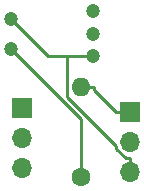
<source format=gbr>
%TF.GenerationSoftware,KiCad,Pcbnew,7.0.9*%
%TF.CreationDate,2023-11-25T09:20:38+10:00*%
%TF.ProjectId,util_photoswitch,7574696c-5f70-4686-9f74-6f7377697463,rev?*%
%TF.SameCoordinates,Original*%
%TF.FileFunction,Copper,L2,Bot*%
%TF.FilePolarity,Positive*%
%FSLAX46Y46*%
G04 Gerber Fmt 4.6, Leading zero omitted, Abs format (unit mm)*
G04 Created by KiCad (PCBNEW 7.0.9) date 2023-11-25 09:20:38*
%MOMM*%
%LPD*%
G01*
G04 APERTURE LIST*
%TA.AperFunction,ComponentPad*%
%ADD10R,1.700000X1.700000*%
%TD*%
%TA.AperFunction,ComponentPad*%
%ADD11O,1.700000X1.700000*%
%TD*%
%TA.AperFunction,ComponentPad*%
%ADD12C,1.600000*%
%TD*%
%TA.AperFunction,ComponentPad*%
%ADD13O,1.600000X1.600000*%
%TD*%
%TA.AperFunction,ComponentPad*%
%ADD14C,1.200000*%
%TD*%
%TA.AperFunction,Conductor*%
%ADD15C,0.250000*%
%TD*%
G04 APERTURE END LIST*
D10*
%TO.P,J1,1,Pin_1*%
%TO.N,+5V*%
X144430000Y-100700000D03*
D11*
%TO.P,J1,2,Pin_2*%
%TO.N,Net-(J1-Pin_2)*%
X144430000Y-103240000D03*
%TO.P,J1,3,Pin_3*%
%TO.N,GND*%
X144430000Y-105780000D03*
%TD*%
D12*
%TO.P,R1,1*%
%TO.N,Net-(U1-A)*%
X140270000Y-106190000D03*
D13*
%TO.P,R1,2*%
%TO.N,+5V*%
X140270000Y-98570000D03*
%TD*%
D10*
%TO.P,J2,1,Pin_1*%
%TO.N,+5V*%
X135270000Y-100350000D03*
D11*
%TO.P,J2,2,Pin_2*%
%TO.N,Net-(J1-Pin_2)*%
X135270000Y-102890000D03*
%TO.P,J2,3,Pin_3*%
%TO.N,GND*%
X135270000Y-105430000D03*
%TD*%
D14*
%TO.P,U1,1,A*%
%TO.N,Net-(U1-A)*%
X134289980Y-95330000D03*
%TO.P,U1,2,K*%
%TO.N,GND*%
X134289980Y-92790000D03*
%TO.P,U1,3,VCC*%
%TO.N,+5V*%
X141274980Y-92155000D03*
%TO.P,U1,4,VOUT*%
%TO.N,Net-(J1-Pin_2)*%
X141274980Y-94060000D03*
%TO.P,U1,5,GND*%
%TO.N,GND*%
X141274980Y-95965000D03*
%TD*%
D15*
%TO.N,Net-(U1-A)*%
X140270000Y-101310000D02*
X140270000Y-106190000D01*
X134290000Y-95330000D02*
X140270000Y-101310000D01*
%TO.N,+5V*%
X141395300Y-98840600D02*
X143254700Y-100700000D01*
X141395300Y-98570000D02*
X141395300Y-98840600D01*
X144430000Y-100700000D02*
X143254700Y-100700000D01*
X140270000Y-98570000D02*
X141395300Y-98570000D01*
%TO.N,GND*%
X144430000Y-105780000D02*
X144430000Y-104604700D01*
X144045300Y-104604700D02*
X144430000Y-104604700D01*
X143254700Y-103814100D02*
X144045300Y-104604700D01*
X143254700Y-103550400D02*
X143254700Y-103814100D01*
X139088100Y-99383800D02*
X143254700Y-103550400D01*
X139088100Y-95965000D02*
X139088100Y-99383800D01*
X141275000Y-95965000D02*
X139088100Y-95965000D01*
X137465000Y-95965000D02*
X134290000Y-92790000D01*
X139088100Y-95965000D02*
X137465000Y-95965000D01*
%TD*%
M02*

</source>
